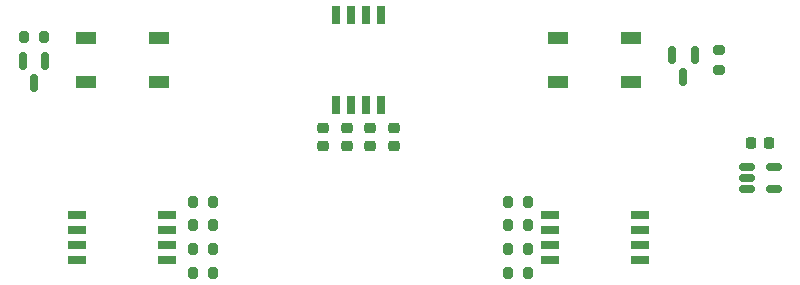
<source format=gbr>
%TF.GenerationSoftware,KiCad,Pcbnew,8.0.3*%
%TF.CreationDate,2025-07-14T16:25:53+02:00*%
%TF.ProjectId,Cmes,436d6573-2e6b-4696-9361-645f70636258,rev?*%
%TF.SameCoordinates,Original*%
%TF.FileFunction,Paste,Top*%
%TF.FilePolarity,Positive*%
%FSLAX46Y46*%
G04 Gerber Fmt 4.6, Leading zero omitted, Abs format (unit mm)*
G04 Created by KiCad (PCBNEW 8.0.3) date 2025-07-14 16:25:53*
%MOMM*%
%LPD*%
G01*
G04 APERTURE LIST*
G04 Aperture macros list*
%AMRoundRect*
0 Rectangle with rounded corners*
0 $1 Rounding radius*
0 $2 $3 $4 $5 $6 $7 $8 $9 X,Y pos of 4 corners*
0 Add a 4 corners polygon primitive as box body*
4,1,4,$2,$3,$4,$5,$6,$7,$8,$9,$2,$3,0*
0 Add four circle primitives for the rounded corners*
1,1,$1+$1,$2,$3*
1,1,$1+$1,$4,$5*
1,1,$1+$1,$6,$7*
1,1,$1+$1,$8,$9*
0 Add four rect primitives between the rounded corners*
20,1,$1+$1,$2,$3,$4,$5,0*
20,1,$1+$1,$4,$5,$6,$7,0*
20,1,$1+$1,$6,$7,$8,$9,0*
20,1,$1+$1,$8,$9,$2,$3,0*%
G04 Aperture macros list end*
%ADD10R,1.800000X1.100000*%
%ADD11RoundRect,0.200000X0.200000X0.275000X-0.200000X0.275000X-0.200000X-0.275000X0.200000X-0.275000X0*%
%ADD12RoundRect,0.150000X-0.512500X-0.150000X0.512500X-0.150000X0.512500X0.150000X-0.512500X0.150000X0*%
%ADD13RoundRect,0.225000X0.250000X-0.225000X0.250000X0.225000X-0.250000X0.225000X-0.250000X-0.225000X0*%
%ADD14R,1.500000X0.760000*%
%ADD15RoundRect,0.225000X0.225000X0.250000X-0.225000X0.250000X-0.225000X-0.250000X0.225000X-0.250000X0*%
%ADD16RoundRect,0.200000X0.275000X-0.200000X0.275000X0.200000X-0.275000X0.200000X-0.275000X-0.200000X0*%
%ADD17R,0.760000X1.500000*%
%ADD18RoundRect,0.150000X-0.150000X0.587500X-0.150000X-0.587500X0.150000X-0.587500X0.150000X0.587500X0*%
G04 APERTURE END LIST*
D10*
%TO.C,SW4*%
X108100000Y-78850000D03*
X101900000Y-78850000D03*
X108100000Y-75150000D03*
X101900000Y-75150000D03*
%TD*%
D11*
%TO.C,R3*%
X139325000Y-91000000D03*
X137675000Y-91000000D03*
%TD*%
%TO.C,R4*%
X139325000Y-93000000D03*
X137675000Y-93000000D03*
%TD*%
D12*
%TO.C,U1*%
X157862500Y-86050000D03*
X157862500Y-87000000D03*
X157862500Y-87950000D03*
X160137500Y-87950000D03*
X160137500Y-86050000D03*
%TD*%
D13*
%TO.C,C4*%
X122000000Y-84275000D03*
X122000000Y-82725000D03*
%TD*%
D11*
%TO.C,R7*%
X112650000Y-93000000D03*
X111000000Y-93000000D03*
%TD*%
D13*
%TO.C,C3*%
X124000000Y-84275000D03*
X124000000Y-82725000D03*
%TD*%
D14*
%TO.C,SW3*%
X101190000Y-90090000D03*
X101190000Y-91360000D03*
X101190000Y-92630000D03*
X101190000Y-93910000D03*
X108810000Y-93910000D03*
X108810000Y-92630000D03*
X108810000Y-91360000D03*
X108810000Y-90090000D03*
%TD*%
D15*
%TO.C,C5*%
X159775000Y-84000000D03*
X158225000Y-84000000D03*
%TD*%
D16*
%TO.C,R9*%
X155500000Y-77825000D03*
X155500000Y-76175000D03*
%TD*%
D13*
%TO.C,C1*%
X128000000Y-84275000D03*
X128000000Y-82725000D03*
%TD*%
D11*
%TO.C,R10*%
X98325000Y-75062500D03*
X96675000Y-75062500D03*
%TD*%
%TO.C,R2*%
X112650000Y-89000000D03*
X111000000Y-89000000D03*
%TD*%
%TO.C,R5*%
X139325000Y-95000000D03*
X137675000Y-95000000D03*
%TD*%
D17*
%TO.C,SW1*%
X126910000Y-73190000D03*
X125640000Y-73190000D03*
X124370000Y-73190000D03*
X123090000Y-73190000D03*
X123090000Y-80810000D03*
X124370000Y-80810000D03*
X125640000Y-80810000D03*
X126910000Y-80810000D03*
%TD*%
D11*
%TO.C,R1*%
X139325000Y-89000000D03*
X137675000Y-89000000D03*
%TD*%
D14*
%TO.C,SW2*%
X148810000Y-93910000D03*
X148810000Y-92640000D03*
X148810000Y-91370000D03*
X148810000Y-90090000D03*
X141190000Y-90090000D03*
X141190000Y-91370000D03*
X141190000Y-92640000D03*
X141190000Y-93910000D03*
%TD*%
D10*
%TO.C,SW5*%
X141900000Y-75150000D03*
X148100000Y-75150000D03*
X141900000Y-78850000D03*
X148100000Y-78850000D03*
%TD*%
D18*
%TO.C,Q2*%
X153450000Y-76562500D03*
X151550000Y-76562500D03*
X152500000Y-78437500D03*
%TD*%
D11*
%TO.C,R8*%
X112650000Y-95000000D03*
X111000000Y-95000000D03*
%TD*%
D18*
%TO.C,Q1*%
X98450000Y-77062500D03*
X96550000Y-77062500D03*
X97500000Y-78937500D03*
%TD*%
D11*
%TO.C,R6*%
X112650000Y-91000000D03*
X111000000Y-91000000D03*
%TD*%
D13*
%TO.C,C2*%
X126000000Y-84275000D03*
X126000000Y-82725000D03*
%TD*%
M02*

</source>
